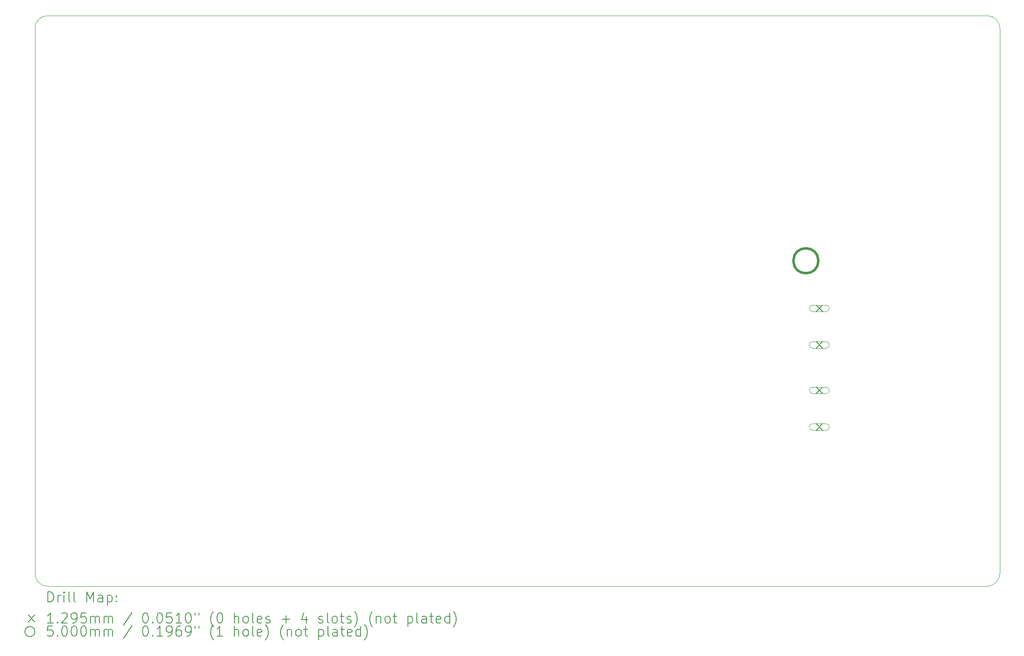
<source format=gbr>
%TF.GenerationSoftware,KiCad,Pcbnew,8.0.6*%
%TF.CreationDate,2025-05-06T15:07:11-04:00*%
%TF.ProjectId,TPC_COLD_HV_PDU,5450435f-434f-44c4-945f-48565f504455,rev?*%
%TF.SameCoordinates,Original*%
%TF.FileFunction,Drillmap*%
%TF.FilePolarity,Positive*%
%FSLAX45Y45*%
G04 Gerber Fmt 4.5, Leading zero omitted, Abs format (unit mm)*
G04 Created by KiCad (PCBNEW 8.0.6) date 2025-05-06 15:07:11*
%MOMM*%
%LPD*%
G01*
G04 APERTURE LIST*
%ADD10C,0.050000*%
%ADD11C,0.200000*%
%ADD12C,0.129540*%
%ADD13C,0.100000*%
%ADD14C,0.500000*%
G04 APERTURE END LIST*
D10*
X27686000Y-5588000D02*
X27686000Y-16510000D01*
X8636000Y-16764000D02*
G75*
G02*
X8382000Y-16510000I0J254000D01*
G01*
X27432000Y-5334000D02*
G75*
G02*
X27686000Y-5588000I0J-254000D01*
G01*
X27686000Y-16510000D02*
G75*
G02*
X27432000Y-16764000I-254000J0D01*
G01*
X27432000Y-16764000D02*
X8636000Y-16764000D01*
X8382000Y-5588000D02*
G75*
G02*
X8636000Y-5334000I254000J0D01*
G01*
X8382000Y-16510000D02*
X8382000Y-5588000D01*
X8636000Y-5334000D02*
X27432000Y-5334000D01*
D11*
D12*
X24011230Y-11132230D02*
X24140770Y-11261770D01*
X24140770Y-11132230D02*
X24011230Y-11261770D01*
D13*
X23940770Y-11261770D02*
X24211230Y-11261770D01*
X24211230Y-11132230D02*
G75*
G02*
X24211230Y-11261770I0J-64770D01*
G01*
X24211230Y-11132230D02*
X23940770Y-11132230D01*
X23940770Y-11132230D02*
G75*
G03*
X23940770Y-11261770I0J-64770D01*
G01*
D12*
X24011230Y-11864230D02*
X24140770Y-11993770D01*
X24140770Y-11864230D02*
X24011230Y-11993770D01*
D13*
X23940770Y-11993770D02*
X24211230Y-11993770D01*
X24211230Y-11864230D02*
G75*
G02*
X24211230Y-11993770I0J-64770D01*
G01*
X24211230Y-11864230D02*
X23940770Y-11864230D01*
X23940770Y-11864230D02*
G75*
G03*
X23940770Y-11993770I0J-64770D01*
G01*
D12*
X24011230Y-12775210D02*
X24140770Y-12904750D01*
X24140770Y-12775210D02*
X24011230Y-12904750D01*
D13*
X23940770Y-12904750D02*
X24211230Y-12904750D01*
X24211230Y-12775210D02*
G75*
G02*
X24211230Y-12904750I0J-64770D01*
G01*
X24211230Y-12775210D02*
X23940770Y-12775210D01*
X23940770Y-12775210D02*
G75*
G03*
X23940770Y-12904750I0J-64770D01*
G01*
D12*
X24011230Y-13507210D02*
X24140770Y-13636750D01*
X24140770Y-13507210D02*
X24011230Y-13636750D01*
D13*
X23940770Y-13636750D02*
X24211230Y-13636750D01*
X24211230Y-13507210D02*
G75*
G02*
X24211230Y-13636750I0J-64770D01*
G01*
X24211230Y-13507210D02*
X23940770Y-13507210D01*
X23940770Y-13507210D02*
G75*
G03*
X23940770Y-13636750I0J-64770D01*
G01*
D14*
X24056000Y-10244500D02*
G75*
G02*
X23556000Y-10244500I-250000J0D01*
G01*
X23556000Y-10244500D02*
G75*
G02*
X24056000Y-10244500I250000J0D01*
G01*
D11*
X8640277Y-17077984D02*
X8640277Y-16877984D01*
X8640277Y-16877984D02*
X8687896Y-16877984D01*
X8687896Y-16877984D02*
X8716467Y-16887508D01*
X8716467Y-16887508D02*
X8735515Y-16906555D01*
X8735515Y-16906555D02*
X8745039Y-16925603D01*
X8745039Y-16925603D02*
X8754563Y-16963698D01*
X8754563Y-16963698D02*
X8754563Y-16992270D01*
X8754563Y-16992270D02*
X8745039Y-17030365D01*
X8745039Y-17030365D02*
X8735515Y-17049412D01*
X8735515Y-17049412D02*
X8716467Y-17068460D01*
X8716467Y-17068460D02*
X8687896Y-17077984D01*
X8687896Y-17077984D02*
X8640277Y-17077984D01*
X8840277Y-17077984D02*
X8840277Y-16944650D01*
X8840277Y-16982746D02*
X8849801Y-16963698D01*
X8849801Y-16963698D02*
X8859324Y-16954174D01*
X8859324Y-16954174D02*
X8878372Y-16944650D01*
X8878372Y-16944650D02*
X8897420Y-16944650D01*
X8964086Y-17077984D02*
X8964086Y-16944650D01*
X8964086Y-16877984D02*
X8954563Y-16887508D01*
X8954563Y-16887508D02*
X8964086Y-16897031D01*
X8964086Y-16897031D02*
X8973610Y-16887508D01*
X8973610Y-16887508D02*
X8964086Y-16877984D01*
X8964086Y-16877984D02*
X8964086Y-16897031D01*
X9087896Y-17077984D02*
X9068848Y-17068460D01*
X9068848Y-17068460D02*
X9059324Y-17049412D01*
X9059324Y-17049412D02*
X9059324Y-16877984D01*
X9192658Y-17077984D02*
X9173610Y-17068460D01*
X9173610Y-17068460D02*
X9164086Y-17049412D01*
X9164086Y-17049412D02*
X9164086Y-16877984D01*
X9421229Y-17077984D02*
X9421229Y-16877984D01*
X9421229Y-16877984D02*
X9487896Y-17020841D01*
X9487896Y-17020841D02*
X9554563Y-16877984D01*
X9554563Y-16877984D02*
X9554563Y-17077984D01*
X9735515Y-17077984D02*
X9735515Y-16973222D01*
X9735515Y-16973222D02*
X9725991Y-16954174D01*
X9725991Y-16954174D02*
X9706944Y-16944650D01*
X9706944Y-16944650D02*
X9668848Y-16944650D01*
X9668848Y-16944650D02*
X9649801Y-16954174D01*
X9735515Y-17068460D02*
X9716467Y-17077984D01*
X9716467Y-17077984D02*
X9668848Y-17077984D01*
X9668848Y-17077984D02*
X9649801Y-17068460D01*
X9649801Y-17068460D02*
X9640277Y-17049412D01*
X9640277Y-17049412D02*
X9640277Y-17030365D01*
X9640277Y-17030365D02*
X9649801Y-17011317D01*
X9649801Y-17011317D02*
X9668848Y-17001793D01*
X9668848Y-17001793D02*
X9716467Y-17001793D01*
X9716467Y-17001793D02*
X9735515Y-16992270D01*
X9830753Y-16944650D02*
X9830753Y-17144650D01*
X9830753Y-16954174D02*
X9849801Y-16944650D01*
X9849801Y-16944650D02*
X9887896Y-16944650D01*
X9887896Y-16944650D02*
X9906944Y-16954174D01*
X9906944Y-16954174D02*
X9916467Y-16963698D01*
X9916467Y-16963698D02*
X9925991Y-16982746D01*
X9925991Y-16982746D02*
X9925991Y-17039889D01*
X9925991Y-17039889D02*
X9916467Y-17058936D01*
X9916467Y-17058936D02*
X9906944Y-17068460D01*
X9906944Y-17068460D02*
X9887896Y-17077984D01*
X9887896Y-17077984D02*
X9849801Y-17077984D01*
X9849801Y-17077984D02*
X9830753Y-17068460D01*
X10011705Y-17058936D02*
X10021229Y-17068460D01*
X10021229Y-17068460D02*
X10011705Y-17077984D01*
X10011705Y-17077984D02*
X10002182Y-17068460D01*
X10002182Y-17068460D02*
X10011705Y-17058936D01*
X10011705Y-17058936D02*
X10011705Y-17077984D01*
X10011705Y-16954174D02*
X10021229Y-16963698D01*
X10021229Y-16963698D02*
X10011705Y-16973222D01*
X10011705Y-16973222D02*
X10002182Y-16963698D01*
X10002182Y-16963698D02*
X10011705Y-16954174D01*
X10011705Y-16954174D02*
X10011705Y-16973222D01*
D12*
X8249960Y-17341730D02*
X8379500Y-17471270D01*
X8379500Y-17341730D02*
X8249960Y-17471270D01*
D11*
X8745039Y-17497984D02*
X8630753Y-17497984D01*
X8687896Y-17497984D02*
X8687896Y-17297984D01*
X8687896Y-17297984D02*
X8668848Y-17326555D01*
X8668848Y-17326555D02*
X8649801Y-17345603D01*
X8649801Y-17345603D02*
X8630753Y-17355127D01*
X8830753Y-17478936D02*
X8840277Y-17488460D01*
X8840277Y-17488460D02*
X8830753Y-17497984D01*
X8830753Y-17497984D02*
X8821229Y-17488460D01*
X8821229Y-17488460D02*
X8830753Y-17478936D01*
X8830753Y-17478936D02*
X8830753Y-17497984D01*
X8916467Y-17317031D02*
X8925991Y-17307508D01*
X8925991Y-17307508D02*
X8945039Y-17297984D01*
X8945039Y-17297984D02*
X8992658Y-17297984D01*
X8992658Y-17297984D02*
X9011705Y-17307508D01*
X9011705Y-17307508D02*
X9021229Y-17317031D01*
X9021229Y-17317031D02*
X9030753Y-17336079D01*
X9030753Y-17336079D02*
X9030753Y-17355127D01*
X9030753Y-17355127D02*
X9021229Y-17383698D01*
X9021229Y-17383698D02*
X8906944Y-17497984D01*
X8906944Y-17497984D02*
X9030753Y-17497984D01*
X9125991Y-17497984D02*
X9164086Y-17497984D01*
X9164086Y-17497984D02*
X9183134Y-17488460D01*
X9183134Y-17488460D02*
X9192658Y-17478936D01*
X9192658Y-17478936D02*
X9211705Y-17450365D01*
X9211705Y-17450365D02*
X9221229Y-17412270D01*
X9221229Y-17412270D02*
X9221229Y-17336079D01*
X9221229Y-17336079D02*
X9211705Y-17317031D01*
X9211705Y-17317031D02*
X9202182Y-17307508D01*
X9202182Y-17307508D02*
X9183134Y-17297984D01*
X9183134Y-17297984D02*
X9145039Y-17297984D01*
X9145039Y-17297984D02*
X9125991Y-17307508D01*
X9125991Y-17307508D02*
X9116467Y-17317031D01*
X9116467Y-17317031D02*
X9106944Y-17336079D01*
X9106944Y-17336079D02*
X9106944Y-17383698D01*
X9106944Y-17383698D02*
X9116467Y-17402746D01*
X9116467Y-17402746D02*
X9125991Y-17412270D01*
X9125991Y-17412270D02*
X9145039Y-17421793D01*
X9145039Y-17421793D02*
X9183134Y-17421793D01*
X9183134Y-17421793D02*
X9202182Y-17412270D01*
X9202182Y-17412270D02*
X9211705Y-17402746D01*
X9211705Y-17402746D02*
X9221229Y-17383698D01*
X9402182Y-17297984D02*
X9306944Y-17297984D01*
X9306944Y-17297984D02*
X9297420Y-17393222D01*
X9297420Y-17393222D02*
X9306944Y-17383698D01*
X9306944Y-17383698D02*
X9325991Y-17374174D01*
X9325991Y-17374174D02*
X9373610Y-17374174D01*
X9373610Y-17374174D02*
X9392658Y-17383698D01*
X9392658Y-17383698D02*
X9402182Y-17393222D01*
X9402182Y-17393222D02*
X9411705Y-17412270D01*
X9411705Y-17412270D02*
X9411705Y-17459889D01*
X9411705Y-17459889D02*
X9402182Y-17478936D01*
X9402182Y-17478936D02*
X9392658Y-17488460D01*
X9392658Y-17488460D02*
X9373610Y-17497984D01*
X9373610Y-17497984D02*
X9325991Y-17497984D01*
X9325991Y-17497984D02*
X9306944Y-17488460D01*
X9306944Y-17488460D02*
X9297420Y-17478936D01*
X9497420Y-17497984D02*
X9497420Y-17364650D01*
X9497420Y-17383698D02*
X9506944Y-17374174D01*
X9506944Y-17374174D02*
X9525991Y-17364650D01*
X9525991Y-17364650D02*
X9554563Y-17364650D01*
X9554563Y-17364650D02*
X9573610Y-17374174D01*
X9573610Y-17374174D02*
X9583134Y-17393222D01*
X9583134Y-17393222D02*
X9583134Y-17497984D01*
X9583134Y-17393222D02*
X9592658Y-17374174D01*
X9592658Y-17374174D02*
X9611705Y-17364650D01*
X9611705Y-17364650D02*
X9640277Y-17364650D01*
X9640277Y-17364650D02*
X9659325Y-17374174D01*
X9659325Y-17374174D02*
X9668848Y-17393222D01*
X9668848Y-17393222D02*
X9668848Y-17497984D01*
X9764086Y-17497984D02*
X9764086Y-17364650D01*
X9764086Y-17383698D02*
X9773610Y-17374174D01*
X9773610Y-17374174D02*
X9792658Y-17364650D01*
X9792658Y-17364650D02*
X9821229Y-17364650D01*
X9821229Y-17364650D02*
X9840277Y-17374174D01*
X9840277Y-17374174D02*
X9849801Y-17393222D01*
X9849801Y-17393222D02*
X9849801Y-17497984D01*
X9849801Y-17393222D02*
X9859325Y-17374174D01*
X9859325Y-17374174D02*
X9878372Y-17364650D01*
X9878372Y-17364650D02*
X9906944Y-17364650D01*
X9906944Y-17364650D02*
X9925991Y-17374174D01*
X9925991Y-17374174D02*
X9935515Y-17393222D01*
X9935515Y-17393222D02*
X9935515Y-17497984D01*
X10325991Y-17288460D02*
X10154563Y-17545603D01*
X10583134Y-17297984D02*
X10602182Y-17297984D01*
X10602182Y-17297984D02*
X10621229Y-17307508D01*
X10621229Y-17307508D02*
X10630753Y-17317031D01*
X10630753Y-17317031D02*
X10640277Y-17336079D01*
X10640277Y-17336079D02*
X10649801Y-17374174D01*
X10649801Y-17374174D02*
X10649801Y-17421793D01*
X10649801Y-17421793D02*
X10640277Y-17459889D01*
X10640277Y-17459889D02*
X10630753Y-17478936D01*
X10630753Y-17478936D02*
X10621229Y-17488460D01*
X10621229Y-17488460D02*
X10602182Y-17497984D01*
X10602182Y-17497984D02*
X10583134Y-17497984D01*
X10583134Y-17497984D02*
X10564087Y-17488460D01*
X10564087Y-17488460D02*
X10554563Y-17478936D01*
X10554563Y-17478936D02*
X10545039Y-17459889D01*
X10545039Y-17459889D02*
X10535515Y-17421793D01*
X10535515Y-17421793D02*
X10535515Y-17374174D01*
X10535515Y-17374174D02*
X10545039Y-17336079D01*
X10545039Y-17336079D02*
X10554563Y-17317031D01*
X10554563Y-17317031D02*
X10564087Y-17307508D01*
X10564087Y-17307508D02*
X10583134Y-17297984D01*
X10735515Y-17478936D02*
X10745039Y-17488460D01*
X10745039Y-17488460D02*
X10735515Y-17497984D01*
X10735515Y-17497984D02*
X10725991Y-17488460D01*
X10725991Y-17488460D02*
X10735515Y-17478936D01*
X10735515Y-17478936D02*
X10735515Y-17497984D01*
X10868848Y-17297984D02*
X10887896Y-17297984D01*
X10887896Y-17297984D02*
X10906944Y-17307508D01*
X10906944Y-17307508D02*
X10916468Y-17317031D01*
X10916468Y-17317031D02*
X10925991Y-17336079D01*
X10925991Y-17336079D02*
X10935515Y-17374174D01*
X10935515Y-17374174D02*
X10935515Y-17421793D01*
X10935515Y-17421793D02*
X10925991Y-17459889D01*
X10925991Y-17459889D02*
X10916468Y-17478936D01*
X10916468Y-17478936D02*
X10906944Y-17488460D01*
X10906944Y-17488460D02*
X10887896Y-17497984D01*
X10887896Y-17497984D02*
X10868848Y-17497984D01*
X10868848Y-17497984D02*
X10849801Y-17488460D01*
X10849801Y-17488460D02*
X10840277Y-17478936D01*
X10840277Y-17478936D02*
X10830753Y-17459889D01*
X10830753Y-17459889D02*
X10821229Y-17421793D01*
X10821229Y-17421793D02*
X10821229Y-17374174D01*
X10821229Y-17374174D02*
X10830753Y-17336079D01*
X10830753Y-17336079D02*
X10840277Y-17317031D01*
X10840277Y-17317031D02*
X10849801Y-17307508D01*
X10849801Y-17307508D02*
X10868848Y-17297984D01*
X11116468Y-17297984D02*
X11021229Y-17297984D01*
X11021229Y-17297984D02*
X11011706Y-17393222D01*
X11011706Y-17393222D02*
X11021229Y-17383698D01*
X11021229Y-17383698D02*
X11040277Y-17374174D01*
X11040277Y-17374174D02*
X11087896Y-17374174D01*
X11087896Y-17374174D02*
X11106944Y-17383698D01*
X11106944Y-17383698D02*
X11116468Y-17393222D01*
X11116468Y-17393222D02*
X11125991Y-17412270D01*
X11125991Y-17412270D02*
X11125991Y-17459889D01*
X11125991Y-17459889D02*
X11116468Y-17478936D01*
X11116468Y-17478936D02*
X11106944Y-17488460D01*
X11106944Y-17488460D02*
X11087896Y-17497984D01*
X11087896Y-17497984D02*
X11040277Y-17497984D01*
X11040277Y-17497984D02*
X11021229Y-17488460D01*
X11021229Y-17488460D02*
X11011706Y-17478936D01*
X11316467Y-17497984D02*
X11202182Y-17497984D01*
X11259325Y-17497984D02*
X11259325Y-17297984D01*
X11259325Y-17297984D02*
X11240277Y-17326555D01*
X11240277Y-17326555D02*
X11221229Y-17345603D01*
X11221229Y-17345603D02*
X11202182Y-17355127D01*
X11440277Y-17297984D02*
X11459325Y-17297984D01*
X11459325Y-17297984D02*
X11478372Y-17307508D01*
X11478372Y-17307508D02*
X11487896Y-17317031D01*
X11487896Y-17317031D02*
X11497420Y-17336079D01*
X11497420Y-17336079D02*
X11506944Y-17374174D01*
X11506944Y-17374174D02*
X11506944Y-17421793D01*
X11506944Y-17421793D02*
X11497420Y-17459889D01*
X11497420Y-17459889D02*
X11487896Y-17478936D01*
X11487896Y-17478936D02*
X11478372Y-17488460D01*
X11478372Y-17488460D02*
X11459325Y-17497984D01*
X11459325Y-17497984D02*
X11440277Y-17497984D01*
X11440277Y-17497984D02*
X11421229Y-17488460D01*
X11421229Y-17488460D02*
X11411706Y-17478936D01*
X11411706Y-17478936D02*
X11402182Y-17459889D01*
X11402182Y-17459889D02*
X11392658Y-17421793D01*
X11392658Y-17421793D02*
X11392658Y-17374174D01*
X11392658Y-17374174D02*
X11402182Y-17336079D01*
X11402182Y-17336079D02*
X11411706Y-17317031D01*
X11411706Y-17317031D02*
X11421229Y-17307508D01*
X11421229Y-17307508D02*
X11440277Y-17297984D01*
X11583134Y-17297984D02*
X11583134Y-17336079D01*
X11659325Y-17297984D02*
X11659325Y-17336079D01*
X11954563Y-17574174D02*
X11945039Y-17564650D01*
X11945039Y-17564650D02*
X11925991Y-17536079D01*
X11925991Y-17536079D02*
X11916468Y-17517031D01*
X11916468Y-17517031D02*
X11906944Y-17488460D01*
X11906944Y-17488460D02*
X11897420Y-17440841D01*
X11897420Y-17440841D02*
X11897420Y-17402746D01*
X11897420Y-17402746D02*
X11906944Y-17355127D01*
X11906944Y-17355127D02*
X11916468Y-17326555D01*
X11916468Y-17326555D02*
X11925991Y-17307508D01*
X11925991Y-17307508D02*
X11945039Y-17278936D01*
X11945039Y-17278936D02*
X11954563Y-17269412D01*
X12068848Y-17297984D02*
X12087896Y-17297984D01*
X12087896Y-17297984D02*
X12106944Y-17307508D01*
X12106944Y-17307508D02*
X12116468Y-17317031D01*
X12116468Y-17317031D02*
X12125991Y-17336079D01*
X12125991Y-17336079D02*
X12135515Y-17374174D01*
X12135515Y-17374174D02*
X12135515Y-17421793D01*
X12135515Y-17421793D02*
X12125991Y-17459889D01*
X12125991Y-17459889D02*
X12116468Y-17478936D01*
X12116468Y-17478936D02*
X12106944Y-17488460D01*
X12106944Y-17488460D02*
X12087896Y-17497984D01*
X12087896Y-17497984D02*
X12068848Y-17497984D01*
X12068848Y-17497984D02*
X12049801Y-17488460D01*
X12049801Y-17488460D02*
X12040277Y-17478936D01*
X12040277Y-17478936D02*
X12030753Y-17459889D01*
X12030753Y-17459889D02*
X12021229Y-17421793D01*
X12021229Y-17421793D02*
X12021229Y-17374174D01*
X12021229Y-17374174D02*
X12030753Y-17336079D01*
X12030753Y-17336079D02*
X12040277Y-17317031D01*
X12040277Y-17317031D02*
X12049801Y-17307508D01*
X12049801Y-17307508D02*
X12068848Y-17297984D01*
X12373610Y-17497984D02*
X12373610Y-17297984D01*
X12459325Y-17497984D02*
X12459325Y-17393222D01*
X12459325Y-17393222D02*
X12449801Y-17374174D01*
X12449801Y-17374174D02*
X12430753Y-17364650D01*
X12430753Y-17364650D02*
X12402182Y-17364650D01*
X12402182Y-17364650D02*
X12383134Y-17374174D01*
X12383134Y-17374174D02*
X12373610Y-17383698D01*
X12583134Y-17497984D02*
X12564087Y-17488460D01*
X12564087Y-17488460D02*
X12554563Y-17478936D01*
X12554563Y-17478936D02*
X12545039Y-17459889D01*
X12545039Y-17459889D02*
X12545039Y-17402746D01*
X12545039Y-17402746D02*
X12554563Y-17383698D01*
X12554563Y-17383698D02*
X12564087Y-17374174D01*
X12564087Y-17374174D02*
X12583134Y-17364650D01*
X12583134Y-17364650D02*
X12611706Y-17364650D01*
X12611706Y-17364650D02*
X12630753Y-17374174D01*
X12630753Y-17374174D02*
X12640277Y-17383698D01*
X12640277Y-17383698D02*
X12649801Y-17402746D01*
X12649801Y-17402746D02*
X12649801Y-17459889D01*
X12649801Y-17459889D02*
X12640277Y-17478936D01*
X12640277Y-17478936D02*
X12630753Y-17488460D01*
X12630753Y-17488460D02*
X12611706Y-17497984D01*
X12611706Y-17497984D02*
X12583134Y-17497984D01*
X12764087Y-17497984D02*
X12745039Y-17488460D01*
X12745039Y-17488460D02*
X12735515Y-17469412D01*
X12735515Y-17469412D02*
X12735515Y-17297984D01*
X12916468Y-17488460D02*
X12897420Y-17497984D01*
X12897420Y-17497984D02*
X12859325Y-17497984D01*
X12859325Y-17497984D02*
X12840277Y-17488460D01*
X12840277Y-17488460D02*
X12830753Y-17469412D01*
X12830753Y-17469412D02*
X12830753Y-17393222D01*
X12830753Y-17393222D02*
X12840277Y-17374174D01*
X12840277Y-17374174D02*
X12859325Y-17364650D01*
X12859325Y-17364650D02*
X12897420Y-17364650D01*
X12897420Y-17364650D02*
X12916468Y-17374174D01*
X12916468Y-17374174D02*
X12925991Y-17393222D01*
X12925991Y-17393222D02*
X12925991Y-17412270D01*
X12925991Y-17412270D02*
X12830753Y-17431317D01*
X13002182Y-17488460D02*
X13021230Y-17497984D01*
X13021230Y-17497984D02*
X13059325Y-17497984D01*
X13059325Y-17497984D02*
X13078372Y-17488460D01*
X13078372Y-17488460D02*
X13087896Y-17469412D01*
X13087896Y-17469412D02*
X13087896Y-17459889D01*
X13087896Y-17459889D02*
X13078372Y-17440841D01*
X13078372Y-17440841D02*
X13059325Y-17431317D01*
X13059325Y-17431317D02*
X13030753Y-17431317D01*
X13030753Y-17431317D02*
X13011706Y-17421793D01*
X13011706Y-17421793D02*
X13002182Y-17402746D01*
X13002182Y-17402746D02*
X13002182Y-17393222D01*
X13002182Y-17393222D02*
X13011706Y-17374174D01*
X13011706Y-17374174D02*
X13030753Y-17364650D01*
X13030753Y-17364650D02*
X13059325Y-17364650D01*
X13059325Y-17364650D02*
X13078372Y-17374174D01*
X13325992Y-17421793D02*
X13478373Y-17421793D01*
X13402182Y-17497984D02*
X13402182Y-17345603D01*
X13811706Y-17364650D02*
X13811706Y-17497984D01*
X13764087Y-17288460D02*
X13716468Y-17431317D01*
X13716468Y-17431317D02*
X13840277Y-17431317D01*
X14059325Y-17488460D02*
X14078373Y-17497984D01*
X14078373Y-17497984D02*
X14116468Y-17497984D01*
X14116468Y-17497984D02*
X14135515Y-17488460D01*
X14135515Y-17488460D02*
X14145039Y-17469412D01*
X14145039Y-17469412D02*
X14145039Y-17459889D01*
X14145039Y-17459889D02*
X14135515Y-17440841D01*
X14135515Y-17440841D02*
X14116468Y-17431317D01*
X14116468Y-17431317D02*
X14087896Y-17431317D01*
X14087896Y-17431317D02*
X14068849Y-17421793D01*
X14068849Y-17421793D02*
X14059325Y-17402746D01*
X14059325Y-17402746D02*
X14059325Y-17393222D01*
X14059325Y-17393222D02*
X14068849Y-17374174D01*
X14068849Y-17374174D02*
X14087896Y-17364650D01*
X14087896Y-17364650D02*
X14116468Y-17364650D01*
X14116468Y-17364650D02*
X14135515Y-17374174D01*
X14259325Y-17497984D02*
X14240277Y-17488460D01*
X14240277Y-17488460D02*
X14230754Y-17469412D01*
X14230754Y-17469412D02*
X14230754Y-17297984D01*
X14364087Y-17497984D02*
X14345039Y-17488460D01*
X14345039Y-17488460D02*
X14335515Y-17478936D01*
X14335515Y-17478936D02*
X14325992Y-17459889D01*
X14325992Y-17459889D02*
X14325992Y-17402746D01*
X14325992Y-17402746D02*
X14335515Y-17383698D01*
X14335515Y-17383698D02*
X14345039Y-17374174D01*
X14345039Y-17374174D02*
X14364087Y-17364650D01*
X14364087Y-17364650D02*
X14392658Y-17364650D01*
X14392658Y-17364650D02*
X14411706Y-17374174D01*
X14411706Y-17374174D02*
X14421230Y-17383698D01*
X14421230Y-17383698D02*
X14430754Y-17402746D01*
X14430754Y-17402746D02*
X14430754Y-17459889D01*
X14430754Y-17459889D02*
X14421230Y-17478936D01*
X14421230Y-17478936D02*
X14411706Y-17488460D01*
X14411706Y-17488460D02*
X14392658Y-17497984D01*
X14392658Y-17497984D02*
X14364087Y-17497984D01*
X14487896Y-17364650D02*
X14564087Y-17364650D01*
X14516468Y-17297984D02*
X14516468Y-17469412D01*
X14516468Y-17469412D02*
X14525992Y-17488460D01*
X14525992Y-17488460D02*
X14545039Y-17497984D01*
X14545039Y-17497984D02*
X14564087Y-17497984D01*
X14621230Y-17488460D02*
X14640277Y-17497984D01*
X14640277Y-17497984D02*
X14678373Y-17497984D01*
X14678373Y-17497984D02*
X14697420Y-17488460D01*
X14697420Y-17488460D02*
X14706944Y-17469412D01*
X14706944Y-17469412D02*
X14706944Y-17459889D01*
X14706944Y-17459889D02*
X14697420Y-17440841D01*
X14697420Y-17440841D02*
X14678373Y-17431317D01*
X14678373Y-17431317D02*
X14649801Y-17431317D01*
X14649801Y-17431317D02*
X14630754Y-17421793D01*
X14630754Y-17421793D02*
X14621230Y-17402746D01*
X14621230Y-17402746D02*
X14621230Y-17393222D01*
X14621230Y-17393222D02*
X14630754Y-17374174D01*
X14630754Y-17374174D02*
X14649801Y-17364650D01*
X14649801Y-17364650D02*
X14678373Y-17364650D01*
X14678373Y-17364650D02*
X14697420Y-17374174D01*
X14773611Y-17574174D02*
X14783135Y-17564650D01*
X14783135Y-17564650D02*
X14802182Y-17536079D01*
X14802182Y-17536079D02*
X14811706Y-17517031D01*
X14811706Y-17517031D02*
X14821230Y-17488460D01*
X14821230Y-17488460D02*
X14830754Y-17440841D01*
X14830754Y-17440841D02*
X14830754Y-17402746D01*
X14830754Y-17402746D02*
X14821230Y-17355127D01*
X14821230Y-17355127D02*
X14811706Y-17326555D01*
X14811706Y-17326555D02*
X14802182Y-17307508D01*
X14802182Y-17307508D02*
X14783135Y-17278936D01*
X14783135Y-17278936D02*
X14773611Y-17269412D01*
X15135516Y-17574174D02*
X15125992Y-17564650D01*
X15125992Y-17564650D02*
X15106944Y-17536079D01*
X15106944Y-17536079D02*
X15097420Y-17517031D01*
X15097420Y-17517031D02*
X15087896Y-17488460D01*
X15087896Y-17488460D02*
X15078373Y-17440841D01*
X15078373Y-17440841D02*
X15078373Y-17402746D01*
X15078373Y-17402746D02*
X15087896Y-17355127D01*
X15087896Y-17355127D02*
X15097420Y-17326555D01*
X15097420Y-17326555D02*
X15106944Y-17307508D01*
X15106944Y-17307508D02*
X15125992Y-17278936D01*
X15125992Y-17278936D02*
X15135516Y-17269412D01*
X15211706Y-17364650D02*
X15211706Y-17497984D01*
X15211706Y-17383698D02*
X15221230Y-17374174D01*
X15221230Y-17374174D02*
X15240277Y-17364650D01*
X15240277Y-17364650D02*
X15268849Y-17364650D01*
X15268849Y-17364650D02*
X15287896Y-17374174D01*
X15287896Y-17374174D02*
X15297420Y-17393222D01*
X15297420Y-17393222D02*
X15297420Y-17497984D01*
X15421230Y-17497984D02*
X15402182Y-17488460D01*
X15402182Y-17488460D02*
X15392658Y-17478936D01*
X15392658Y-17478936D02*
X15383135Y-17459889D01*
X15383135Y-17459889D02*
X15383135Y-17402746D01*
X15383135Y-17402746D02*
X15392658Y-17383698D01*
X15392658Y-17383698D02*
X15402182Y-17374174D01*
X15402182Y-17374174D02*
X15421230Y-17364650D01*
X15421230Y-17364650D02*
X15449801Y-17364650D01*
X15449801Y-17364650D02*
X15468849Y-17374174D01*
X15468849Y-17374174D02*
X15478373Y-17383698D01*
X15478373Y-17383698D02*
X15487896Y-17402746D01*
X15487896Y-17402746D02*
X15487896Y-17459889D01*
X15487896Y-17459889D02*
X15478373Y-17478936D01*
X15478373Y-17478936D02*
X15468849Y-17488460D01*
X15468849Y-17488460D02*
X15449801Y-17497984D01*
X15449801Y-17497984D02*
X15421230Y-17497984D01*
X15545039Y-17364650D02*
X15621230Y-17364650D01*
X15573611Y-17297984D02*
X15573611Y-17469412D01*
X15573611Y-17469412D02*
X15583135Y-17488460D01*
X15583135Y-17488460D02*
X15602182Y-17497984D01*
X15602182Y-17497984D02*
X15621230Y-17497984D01*
X15840277Y-17364650D02*
X15840277Y-17564650D01*
X15840277Y-17374174D02*
X15859325Y-17364650D01*
X15859325Y-17364650D02*
X15897420Y-17364650D01*
X15897420Y-17364650D02*
X15916468Y-17374174D01*
X15916468Y-17374174D02*
X15925992Y-17383698D01*
X15925992Y-17383698D02*
X15935516Y-17402746D01*
X15935516Y-17402746D02*
X15935516Y-17459889D01*
X15935516Y-17459889D02*
X15925992Y-17478936D01*
X15925992Y-17478936D02*
X15916468Y-17488460D01*
X15916468Y-17488460D02*
X15897420Y-17497984D01*
X15897420Y-17497984D02*
X15859325Y-17497984D01*
X15859325Y-17497984D02*
X15840277Y-17488460D01*
X16049801Y-17497984D02*
X16030754Y-17488460D01*
X16030754Y-17488460D02*
X16021230Y-17469412D01*
X16021230Y-17469412D02*
X16021230Y-17297984D01*
X16211706Y-17497984D02*
X16211706Y-17393222D01*
X16211706Y-17393222D02*
X16202182Y-17374174D01*
X16202182Y-17374174D02*
X16183135Y-17364650D01*
X16183135Y-17364650D02*
X16145039Y-17364650D01*
X16145039Y-17364650D02*
X16125992Y-17374174D01*
X16211706Y-17488460D02*
X16192658Y-17497984D01*
X16192658Y-17497984D02*
X16145039Y-17497984D01*
X16145039Y-17497984D02*
X16125992Y-17488460D01*
X16125992Y-17488460D02*
X16116468Y-17469412D01*
X16116468Y-17469412D02*
X16116468Y-17450365D01*
X16116468Y-17450365D02*
X16125992Y-17431317D01*
X16125992Y-17431317D02*
X16145039Y-17421793D01*
X16145039Y-17421793D02*
X16192658Y-17421793D01*
X16192658Y-17421793D02*
X16211706Y-17412270D01*
X16278373Y-17364650D02*
X16354563Y-17364650D01*
X16306944Y-17297984D02*
X16306944Y-17469412D01*
X16306944Y-17469412D02*
X16316468Y-17488460D01*
X16316468Y-17488460D02*
X16335516Y-17497984D01*
X16335516Y-17497984D02*
X16354563Y-17497984D01*
X16497420Y-17488460D02*
X16478373Y-17497984D01*
X16478373Y-17497984D02*
X16440277Y-17497984D01*
X16440277Y-17497984D02*
X16421230Y-17488460D01*
X16421230Y-17488460D02*
X16411706Y-17469412D01*
X16411706Y-17469412D02*
X16411706Y-17393222D01*
X16411706Y-17393222D02*
X16421230Y-17374174D01*
X16421230Y-17374174D02*
X16440277Y-17364650D01*
X16440277Y-17364650D02*
X16478373Y-17364650D01*
X16478373Y-17364650D02*
X16497420Y-17374174D01*
X16497420Y-17374174D02*
X16506944Y-17393222D01*
X16506944Y-17393222D02*
X16506944Y-17412270D01*
X16506944Y-17412270D02*
X16411706Y-17431317D01*
X16678373Y-17497984D02*
X16678373Y-17297984D01*
X16678373Y-17488460D02*
X16659325Y-17497984D01*
X16659325Y-17497984D02*
X16621230Y-17497984D01*
X16621230Y-17497984D02*
X16602182Y-17488460D01*
X16602182Y-17488460D02*
X16592658Y-17478936D01*
X16592658Y-17478936D02*
X16583135Y-17459889D01*
X16583135Y-17459889D02*
X16583135Y-17402746D01*
X16583135Y-17402746D02*
X16592658Y-17383698D01*
X16592658Y-17383698D02*
X16602182Y-17374174D01*
X16602182Y-17374174D02*
X16621230Y-17364650D01*
X16621230Y-17364650D02*
X16659325Y-17364650D01*
X16659325Y-17364650D02*
X16678373Y-17374174D01*
X16754563Y-17574174D02*
X16764087Y-17564650D01*
X16764087Y-17564650D02*
X16783135Y-17536079D01*
X16783135Y-17536079D02*
X16792659Y-17517031D01*
X16792659Y-17517031D02*
X16802182Y-17488460D01*
X16802182Y-17488460D02*
X16811706Y-17440841D01*
X16811706Y-17440841D02*
X16811706Y-17402746D01*
X16811706Y-17402746D02*
X16802182Y-17355127D01*
X16802182Y-17355127D02*
X16792659Y-17326555D01*
X16792659Y-17326555D02*
X16783135Y-17307508D01*
X16783135Y-17307508D02*
X16764087Y-17278936D01*
X16764087Y-17278936D02*
X16754563Y-17269412D01*
X8379500Y-17670500D02*
G75*
G02*
X8179500Y-17670500I-100000J0D01*
G01*
X8179500Y-17670500D02*
G75*
G02*
X8379500Y-17670500I100000J0D01*
G01*
X8735515Y-17561984D02*
X8640277Y-17561984D01*
X8640277Y-17561984D02*
X8630753Y-17657222D01*
X8630753Y-17657222D02*
X8640277Y-17647698D01*
X8640277Y-17647698D02*
X8659324Y-17638174D01*
X8659324Y-17638174D02*
X8706944Y-17638174D01*
X8706944Y-17638174D02*
X8725991Y-17647698D01*
X8725991Y-17647698D02*
X8735515Y-17657222D01*
X8735515Y-17657222D02*
X8745039Y-17676270D01*
X8745039Y-17676270D02*
X8745039Y-17723889D01*
X8745039Y-17723889D02*
X8735515Y-17742936D01*
X8735515Y-17742936D02*
X8725991Y-17752460D01*
X8725991Y-17752460D02*
X8706944Y-17761984D01*
X8706944Y-17761984D02*
X8659324Y-17761984D01*
X8659324Y-17761984D02*
X8640277Y-17752460D01*
X8640277Y-17752460D02*
X8630753Y-17742936D01*
X8830753Y-17742936D02*
X8840277Y-17752460D01*
X8840277Y-17752460D02*
X8830753Y-17761984D01*
X8830753Y-17761984D02*
X8821229Y-17752460D01*
X8821229Y-17752460D02*
X8830753Y-17742936D01*
X8830753Y-17742936D02*
X8830753Y-17761984D01*
X8964086Y-17561984D02*
X8983134Y-17561984D01*
X8983134Y-17561984D02*
X9002182Y-17571508D01*
X9002182Y-17571508D02*
X9011705Y-17581031D01*
X9011705Y-17581031D02*
X9021229Y-17600079D01*
X9021229Y-17600079D02*
X9030753Y-17638174D01*
X9030753Y-17638174D02*
X9030753Y-17685793D01*
X9030753Y-17685793D02*
X9021229Y-17723889D01*
X9021229Y-17723889D02*
X9011705Y-17742936D01*
X9011705Y-17742936D02*
X9002182Y-17752460D01*
X9002182Y-17752460D02*
X8983134Y-17761984D01*
X8983134Y-17761984D02*
X8964086Y-17761984D01*
X8964086Y-17761984D02*
X8945039Y-17752460D01*
X8945039Y-17752460D02*
X8935515Y-17742936D01*
X8935515Y-17742936D02*
X8925991Y-17723889D01*
X8925991Y-17723889D02*
X8916467Y-17685793D01*
X8916467Y-17685793D02*
X8916467Y-17638174D01*
X8916467Y-17638174D02*
X8925991Y-17600079D01*
X8925991Y-17600079D02*
X8935515Y-17581031D01*
X8935515Y-17581031D02*
X8945039Y-17571508D01*
X8945039Y-17571508D02*
X8964086Y-17561984D01*
X9154563Y-17561984D02*
X9173610Y-17561984D01*
X9173610Y-17561984D02*
X9192658Y-17571508D01*
X9192658Y-17571508D02*
X9202182Y-17581031D01*
X9202182Y-17581031D02*
X9211705Y-17600079D01*
X9211705Y-17600079D02*
X9221229Y-17638174D01*
X9221229Y-17638174D02*
X9221229Y-17685793D01*
X9221229Y-17685793D02*
X9211705Y-17723889D01*
X9211705Y-17723889D02*
X9202182Y-17742936D01*
X9202182Y-17742936D02*
X9192658Y-17752460D01*
X9192658Y-17752460D02*
X9173610Y-17761984D01*
X9173610Y-17761984D02*
X9154563Y-17761984D01*
X9154563Y-17761984D02*
X9135515Y-17752460D01*
X9135515Y-17752460D02*
X9125991Y-17742936D01*
X9125991Y-17742936D02*
X9116467Y-17723889D01*
X9116467Y-17723889D02*
X9106944Y-17685793D01*
X9106944Y-17685793D02*
X9106944Y-17638174D01*
X9106944Y-17638174D02*
X9116467Y-17600079D01*
X9116467Y-17600079D02*
X9125991Y-17581031D01*
X9125991Y-17581031D02*
X9135515Y-17571508D01*
X9135515Y-17571508D02*
X9154563Y-17561984D01*
X9345039Y-17561984D02*
X9364086Y-17561984D01*
X9364086Y-17561984D02*
X9383134Y-17571508D01*
X9383134Y-17571508D02*
X9392658Y-17581031D01*
X9392658Y-17581031D02*
X9402182Y-17600079D01*
X9402182Y-17600079D02*
X9411705Y-17638174D01*
X9411705Y-17638174D02*
X9411705Y-17685793D01*
X9411705Y-17685793D02*
X9402182Y-17723889D01*
X9402182Y-17723889D02*
X9392658Y-17742936D01*
X9392658Y-17742936D02*
X9383134Y-17752460D01*
X9383134Y-17752460D02*
X9364086Y-17761984D01*
X9364086Y-17761984D02*
X9345039Y-17761984D01*
X9345039Y-17761984D02*
X9325991Y-17752460D01*
X9325991Y-17752460D02*
X9316467Y-17742936D01*
X9316467Y-17742936D02*
X9306944Y-17723889D01*
X9306944Y-17723889D02*
X9297420Y-17685793D01*
X9297420Y-17685793D02*
X9297420Y-17638174D01*
X9297420Y-17638174D02*
X9306944Y-17600079D01*
X9306944Y-17600079D02*
X9316467Y-17581031D01*
X9316467Y-17581031D02*
X9325991Y-17571508D01*
X9325991Y-17571508D02*
X9345039Y-17561984D01*
X9497420Y-17761984D02*
X9497420Y-17628650D01*
X9497420Y-17647698D02*
X9506944Y-17638174D01*
X9506944Y-17638174D02*
X9525991Y-17628650D01*
X9525991Y-17628650D02*
X9554563Y-17628650D01*
X9554563Y-17628650D02*
X9573610Y-17638174D01*
X9573610Y-17638174D02*
X9583134Y-17657222D01*
X9583134Y-17657222D02*
X9583134Y-17761984D01*
X9583134Y-17657222D02*
X9592658Y-17638174D01*
X9592658Y-17638174D02*
X9611705Y-17628650D01*
X9611705Y-17628650D02*
X9640277Y-17628650D01*
X9640277Y-17628650D02*
X9659325Y-17638174D01*
X9659325Y-17638174D02*
X9668848Y-17657222D01*
X9668848Y-17657222D02*
X9668848Y-17761984D01*
X9764086Y-17761984D02*
X9764086Y-17628650D01*
X9764086Y-17647698D02*
X9773610Y-17638174D01*
X9773610Y-17638174D02*
X9792658Y-17628650D01*
X9792658Y-17628650D02*
X9821229Y-17628650D01*
X9821229Y-17628650D02*
X9840277Y-17638174D01*
X9840277Y-17638174D02*
X9849801Y-17657222D01*
X9849801Y-17657222D02*
X9849801Y-17761984D01*
X9849801Y-17657222D02*
X9859325Y-17638174D01*
X9859325Y-17638174D02*
X9878372Y-17628650D01*
X9878372Y-17628650D02*
X9906944Y-17628650D01*
X9906944Y-17628650D02*
X9925991Y-17638174D01*
X9925991Y-17638174D02*
X9935515Y-17657222D01*
X9935515Y-17657222D02*
X9935515Y-17761984D01*
X10325991Y-17552460D02*
X10154563Y-17809603D01*
X10583134Y-17561984D02*
X10602182Y-17561984D01*
X10602182Y-17561984D02*
X10621229Y-17571508D01*
X10621229Y-17571508D02*
X10630753Y-17581031D01*
X10630753Y-17581031D02*
X10640277Y-17600079D01*
X10640277Y-17600079D02*
X10649801Y-17638174D01*
X10649801Y-17638174D02*
X10649801Y-17685793D01*
X10649801Y-17685793D02*
X10640277Y-17723889D01*
X10640277Y-17723889D02*
X10630753Y-17742936D01*
X10630753Y-17742936D02*
X10621229Y-17752460D01*
X10621229Y-17752460D02*
X10602182Y-17761984D01*
X10602182Y-17761984D02*
X10583134Y-17761984D01*
X10583134Y-17761984D02*
X10564087Y-17752460D01*
X10564087Y-17752460D02*
X10554563Y-17742936D01*
X10554563Y-17742936D02*
X10545039Y-17723889D01*
X10545039Y-17723889D02*
X10535515Y-17685793D01*
X10535515Y-17685793D02*
X10535515Y-17638174D01*
X10535515Y-17638174D02*
X10545039Y-17600079D01*
X10545039Y-17600079D02*
X10554563Y-17581031D01*
X10554563Y-17581031D02*
X10564087Y-17571508D01*
X10564087Y-17571508D02*
X10583134Y-17561984D01*
X10735515Y-17742936D02*
X10745039Y-17752460D01*
X10745039Y-17752460D02*
X10735515Y-17761984D01*
X10735515Y-17761984D02*
X10725991Y-17752460D01*
X10725991Y-17752460D02*
X10735515Y-17742936D01*
X10735515Y-17742936D02*
X10735515Y-17761984D01*
X10935515Y-17761984D02*
X10821229Y-17761984D01*
X10878372Y-17761984D02*
X10878372Y-17561984D01*
X10878372Y-17561984D02*
X10859325Y-17590555D01*
X10859325Y-17590555D02*
X10840277Y-17609603D01*
X10840277Y-17609603D02*
X10821229Y-17619127D01*
X11030753Y-17761984D02*
X11068848Y-17761984D01*
X11068848Y-17761984D02*
X11087896Y-17752460D01*
X11087896Y-17752460D02*
X11097420Y-17742936D01*
X11097420Y-17742936D02*
X11116468Y-17714365D01*
X11116468Y-17714365D02*
X11125991Y-17676270D01*
X11125991Y-17676270D02*
X11125991Y-17600079D01*
X11125991Y-17600079D02*
X11116468Y-17581031D01*
X11116468Y-17581031D02*
X11106944Y-17571508D01*
X11106944Y-17571508D02*
X11087896Y-17561984D01*
X11087896Y-17561984D02*
X11049801Y-17561984D01*
X11049801Y-17561984D02*
X11030753Y-17571508D01*
X11030753Y-17571508D02*
X11021229Y-17581031D01*
X11021229Y-17581031D02*
X11011706Y-17600079D01*
X11011706Y-17600079D02*
X11011706Y-17647698D01*
X11011706Y-17647698D02*
X11021229Y-17666746D01*
X11021229Y-17666746D02*
X11030753Y-17676270D01*
X11030753Y-17676270D02*
X11049801Y-17685793D01*
X11049801Y-17685793D02*
X11087896Y-17685793D01*
X11087896Y-17685793D02*
X11106944Y-17676270D01*
X11106944Y-17676270D02*
X11116468Y-17666746D01*
X11116468Y-17666746D02*
X11125991Y-17647698D01*
X11297420Y-17561984D02*
X11259325Y-17561984D01*
X11259325Y-17561984D02*
X11240277Y-17571508D01*
X11240277Y-17571508D02*
X11230753Y-17581031D01*
X11230753Y-17581031D02*
X11211706Y-17609603D01*
X11211706Y-17609603D02*
X11202182Y-17647698D01*
X11202182Y-17647698D02*
X11202182Y-17723889D01*
X11202182Y-17723889D02*
X11211706Y-17742936D01*
X11211706Y-17742936D02*
X11221229Y-17752460D01*
X11221229Y-17752460D02*
X11240277Y-17761984D01*
X11240277Y-17761984D02*
X11278372Y-17761984D01*
X11278372Y-17761984D02*
X11297420Y-17752460D01*
X11297420Y-17752460D02*
X11306944Y-17742936D01*
X11306944Y-17742936D02*
X11316467Y-17723889D01*
X11316467Y-17723889D02*
X11316467Y-17676270D01*
X11316467Y-17676270D02*
X11306944Y-17657222D01*
X11306944Y-17657222D02*
X11297420Y-17647698D01*
X11297420Y-17647698D02*
X11278372Y-17638174D01*
X11278372Y-17638174D02*
X11240277Y-17638174D01*
X11240277Y-17638174D02*
X11221229Y-17647698D01*
X11221229Y-17647698D02*
X11211706Y-17657222D01*
X11211706Y-17657222D02*
X11202182Y-17676270D01*
X11411706Y-17761984D02*
X11449801Y-17761984D01*
X11449801Y-17761984D02*
X11468848Y-17752460D01*
X11468848Y-17752460D02*
X11478372Y-17742936D01*
X11478372Y-17742936D02*
X11497420Y-17714365D01*
X11497420Y-17714365D02*
X11506944Y-17676270D01*
X11506944Y-17676270D02*
X11506944Y-17600079D01*
X11506944Y-17600079D02*
X11497420Y-17581031D01*
X11497420Y-17581031D02*
X11487896Y-17571508D01*
X11487896Y-17571508D02*
X11468848Y-17561984D01*
X11468848Y-17561984D02*
X11430753Y-17561984D01*
X11430753Y-17561984D02*
X11411706Y-17571508D01*
X11411706Y-17571508D02*
X11402182Y-17581031D01*
X11402182Y-17581031D02*
X11392658Y-17600079D01*
X11392658Y-17600079D02*
X11392658Y-17647698D01*
X11392658Y-17647698D02*
X11402182Y-17666746D01*
X11402182Y-17666746D02*
X11411706Y-17676270D01*
X11411706Y-17676270D02*
X11430753Y-17685793D01*
X11430753Y-17685793D02*
X11468848Y-17685793D01*
X11468848Y-17685793D02*
X11487896Y-17676270D01*
X11487896Y-17676270D02*
X11497420Y-17666746D01*
X11497420Y-17666746D02*
X11506944Y-17647698D01*
X11583134Y-17561984D02*
X11583134Y-17600079D01*
X11659325Y-17561984D02*
X11659325Y-17600079D01*
X11954563Y-17838174D02*
X11945039Y-17828650D01*
X11945039Y-17828650D02*
X11925991Y-17800079D01*
X11925991Y-17800079D02*
X11916468Y-17781031D01*
X11916468Y-17781031D02*
X11906944Y-17752460D01*
X11906944Y-17752460D02*
X11897420Y-17704841D01*
X11897420Y-17704841D02*
X11897420Y-17666746D01*
X11897420Y-17666746D02*
X11906944Y-17619127D01*
X11906944Y-17619127D02*
X11916468Y-17590555D01*
X11916468Y-17590555D02*
X11925991Y-17571508D01*
X11925991Y-17571508D02*
X11945039Y-17542936D01*
X11945039Y-17542936D02*
X11954563Y-17533412D01*
X12135515Y-17761984D02*
X12021229Y-17761984D01*
X12078372Y-17761984D02*
X12078372Y-17561984D01*
X12078372Y-17561984D02*
X12059325Y-17590555D01*
X12059325Y-17590555D02*
X12040277Y-17609603D01*
X12040277Y-17609603D02*
X12021229Y-17619127D01*
X12373610Y-17761984D02*
X12373610Y-17561984D01*
X12459325Y-17761984D02*
X12459325Y-17657222D01*
X12459325Y-17657222D02*
X12449801Y-17638174D01*
X12449801Y-17638174D02*
X12430753Y-17628650D01*
X12430753Y-17628650D02*
X12402182Y-17628650D01*
X12402182Y-17628650D02*
X12383134Y-17638174D01*
X12383134Y-17638174D02*
X12373610Y-17647698D01*
X12583134Y-17761984D02*
X12564087Y-17752460D01*
X12564087Y-17752460D02*
X12554563Y-17742936D01*
X12554563Y-17742936D02*
X12545039Y-17723889D01*
X12545039Y-17723889D02*
X12545039Y-17666746D01*
X12545039Y-17666746D02*
X12554563Y-17647698D01*
X12554563Y-17647698D02*
X12564087Y-17638174D01*
X12564087Y-17638174D02*
X12583134Y-17628650D01*
X12583134Y-17628650D02*
X12611706Y-17628650D01*
X12611706Y-17628650D02*
X12630753Y-17638174D01*
X12630753Y-17638174D02*
X12640277Y-17647698D01*
X12640277Y-17647698D02*
X12649801Y-17666746D01*
X12649801Y-17666746D02*
X12649801Y-17723889D01*
X12649801Y-17723889D02*
X12640277Y-17742936D01*
X12640277Y-17742936D02*
X12630753Y-17752460D01*
X12630753Y-17752460D02*
X12611706Y-17761984D01*
X12611706Y-17761984D02*
X12583134Y-17761984D01*
X12764087Y-17761984D02*
X12745039Y-17752460D01*
X12745039Y-17752460D02*
X12735515Y-17733412D01*
X12735515Y-17733412D02*
X12735515Y-17561984D01*
X12916468Y-17752460D02*
X12897420Y-17761984D01*
X12897420Y-17761984D02*
X12859325Y-17761984D01*
X12859325Y-17761984D02*
X12840277Y-17752460D01*
X12840277Y-17752460D02*
X12830753Y-17733412D01*
X12830753Y-17733412D02*
X12830753Y-17657222D01*
X12830753Y-17657222D02*
X12840277Y-17638174D01*
X12840277Y-17638174D02*
X12859325Y-17628650D01*
X12859325Y-17628650D02*
X12897420Y-17628650D01*
X12897420Y-17628650D02*
X12916468Y-17638174D01*
X12916468Y-17638174D02*
X12925991Y-17657222D01*
X12925991Y-17657222D02*
X12925991Y-17676270D01*
X12925991Y-17676270D02*
X12830753Y-17695317D01*
X12992658Y-17838174D02*
X13002182Y-17828650D01*
X13002182Y-17828650D02*
X13021230Y-17800079D01*
X13021230Y-17800079D02*
X13030753Y-17781031D01*
X13030753Y-17781031D02*
X13040277Y-17752460D01*
X13040277Y-17752460D02*
X13049801Y-17704841D01*
X13049801Y-17704841D02*
X13049801Y-17666746D01*
X13049801Y-17666746D02*
X13040277Y-17619127D01*
X13040277Y-17619127D02*
X13030753Y-17590555D01*
X13030753Y-17590555D02*
X13021230Y-17571508D01*
X13021230Y-17571508D02*
X13002182Y-17542936D01*
X13002182Y-17542936D02*
X12992658Y-17533412D01*
X13354563Y-17838174D02*
X13345039Y-17828650D01*
X13345039Y-17828650D02*
X13325991Y-17800079D01*
X13325991Y-17800079D02*
X13316468Y-17781031D01*
X13316468Y-17781031D02*
X13306944Y-17752460D01*
X13306944Y-17752460D02*
X13297420Y-17704841D01*
X13297420Y-17704841D02*
X13297420Y-17666746D01*
X13297420Y-17666746D02*
X13306944Y-17619127D01*
X13306944Y-17619127D02*
X13316468Y-17590555D01*
X13316468Y-17590555D02*
X13325991Y-17571508D01*
X13325991Y-17571508D02*
X13345039Y-17542936D01*
X13345039Y-17542936D02*
X13354563Y-17533412D01*
X13430753Y-17628650D02*
X13430753Y-17761984D01*
X13430753Y-17647698D02*
X13440277Y-17638174D01*
X13440277Y-17638174D02*
X13459325Y-17628650D01*
X13459325Y-17628650D02*
X13487896Y-17628650D01*
X13487896Y-17628650D02*
X13506944Y-17638174D01*
X13506944Y-17638174D02*
X13516468Y-17657222D01*
X13516468Y-17657222D02*
X13516468Y-17761984D01*
X13640277Y-17761984D02*
X13621230Y-17752460D01*
X13621230Y-17752460D02*
X13611706Y-17742936D01*
X13611706Y-17742936D02*
X13602182Y-17723889D01*
X13602182Y-17723889D02*
X13602182Y-17666746D01*
X13602182Y-17666746D02*
X13611706Y-17647698D01*
X13611706Y-17647698D02*
X13621230Y-17638174D01*
X13621230Y-17638174D02*
X13640277Y-17628650D01*
X13640277Y-17628650D02*
X13668849Y-17628650D01*
X13668849Y-17628650D02*
X13687896Y-17638174D01*
X13687896Y-17638174D02*
X13697420Y-17647698D01*
X13697420Y-17647698D02*
X13706944Y-17666746D01*
X13706944Y-17666746D02*
X13706944Y-17723889D01*
X13706944Y-17723889D02*
X13697420Y-17742936D01*
X13697420Y-17742936D02*
X13687896Y-17752460D01*
X13687896Y-17752460D02*
X13668849Y-17761984D01*
X13668849Y-17761984D02*
X13640277Y-17761984D01*
X13764087Y-17628650D02*
X13840277Y-17628650D01*
X13792658Y-17561984D02*
X13792658Y-17733412D01*
X13792658Y-17733412D02*
X13802182Y-17752460D01*
X13802182Y-17752460D02*
X13821230Y-17761984D01*
X13821230Y-17761984D02*
X13840277Y-17761984D01*
X14059325Y-17628650D02*
X14059325Y-17828650D01*
X14059325Y-17638174D02*
X14078372Y-17628650D01*
X14078372Y-17628650D02*
X14116468Y-17628650D01*
X14116468Y-17628650D02*
X14135515Y-17638174D01*
X14135515Y-17638174D02*
X14145039Y-17647698D01*
X14145039Y-17647698D02*
X14154563Y-17666746D01*
X14154563Y-17666746D02*
X14154563Y-17723889D01*
X14154563Y-17723889D02*
X14145039Y-17742936D01*
X14145039Y-17742936D02*
X14135515Y-17752460D01*
X14135515Y-17752460D02*
X14116468Y-17761984D01*
X14116468Y-17761984D02*
X14078372Y-17761984D01*
X14078372Y-17761984D02*
X14059325Y-17752460D01*
X14268849Y-17761984D02*
X14249801Y-17752460D01*
X14249801Y-17752460D02*
X14240277Y-17733412D01*
X14240277Y-17733412D02*
X14240277Y-17561984D01*
X14430753Y-17761984D02*
X14430753Y-17657222D01*
X14430753Y-17657222D02*
X14421230Y-17638174D01*
X14421230Y-17638174D02*
X14402182Y-17628650D01*
X14402182Y-17628650D02*
X14364087Y-17628650D01*
X14364087Y-17628650D02*
X14345039Y-17638174D01*
X14430753Y-17752460D02*
X14411706Y-17761984D01*
X14411706Y-17761984D02*
X14364087Y-17761984D01*
X14364087Y-17761984D02*
X14345039Y-17752460D01*
X14345039Y-17752460D02*
X14335515Y-17733412D01*
X14335515Y-17733412D02*
X14335515Y-17714365D01*
X14335515Y-17714365D02*
X14345039Y-17695317D01*
X14345039Y-17695317D02*
X14364087Y-17685793D01*
X14364087Y-17685793D02*
X14411706Y-17685793D01*
X14411706Y-17685793D02*
X14430753Y-17676270D01*
X14497420Y-17628650D02*
X14573611Y-17628650D01*
X14525992Y-17561984D02*
X14525992Y-17733412D01*
X14525992Y-17733412D02*
X14535515Y-17752460D01*
X14535515Y-17752460D02*
X14554563Y-17761984D01*
X14554563Y-17761984D02*
X14573611Y-17761984D01*
X14716468Y-17752460D02*
X14697420Y-17761984D01*
X14697420Y-17761984D02*
X14659325Y-17761984D01*
X14659325Y-17761984D02*
X14640277Y-17752460D01*
X14640277Y-17752460D02*
X14630753Y-17733412D01*
X14630753Y-17733412D02*
X14630753Y-17657222D01*
X14630753Y-17657222D02*
X14640277Y-17638174D01*
X14640277Y-17638174D02*
X14659325Y-17628650D01*
X14659325Y-17628650D02*
X14697420Y-17628650D01*
X14697420Y-17628650D02*
X14716468Y-17638174D01*
X14716468Y-17638174D02*
X14725992Y-17657222D01*
X14725992Y-17657222D02*
X14725992Y-17676270D01*
X14725992Y-17676270D02*
X14630753Y-17695317D01*
X14897420Y-17761984D02*
X14897420Y-17561984D01*
X14897420Y-17752460D02*
X14878373Y-17761984D01*
X14878373Y-17761984D02*
X14840277Y-17761984D01*
X14840277Y-17761984D02*
X14821230Y-17752460D01*
X14821230Y-17752460D02*
X14811706Y-17742936D01*
X14811706Y-17742936D02*
X14802182Y-17723889D01*
X14802182Y-17723889D02*
X14802182Y-17666746D01*
X14802182Y-17666746D02*
X14811706Y-17647698D01*
X14811706Y-17647698D02*
X14821230Y-17638174D01*
X14821230Y-17638174D02*
X14840277Y-17628650D01*
X14840277Y-17628650D02*
X14878373Y-17628650D01*
X14878373Y-17628650D02*
X14897420Y-17638174D01*
X14973611Y-17838174D02*
X14983134Y-17828650D01*
X14983134Y-17828650D02*
X15002182Y-17800079D01*
X15002182Y-17800079D02*
X15011706Y-17781031D01*
X15011706Y-17781031D02*
X15021230Y-17752460D01*
X15021230Y-17752460D02*
X15030753Y-17704841D01*
X15030753Y-17704841D02*
X15030753Y-17666746D01*
X15030753Y-17666746D02*
X15021230Y-17619127D01*
X15021230Y-17619127D02*
X15011706Y-17590555D01*
X15011706Y-17590555D02*
X15002182Y-17571508D01*
X15002182Y-17571508D02*
X14983134Y-17542936D01*
X14983134Y-17542936D02*
X14973611Y-17533412D01*
M02*

</source>
